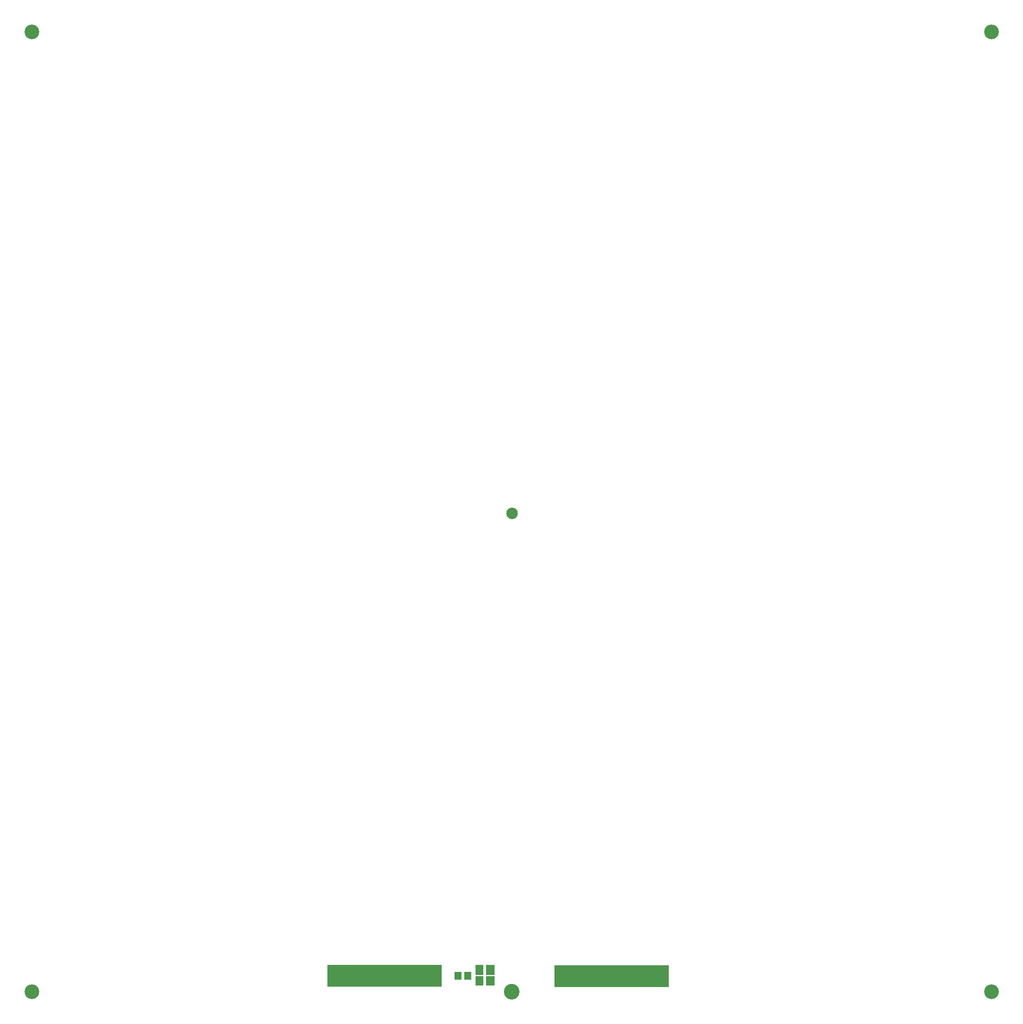
<source format=gbs>
G75*
G70*
%OFA0B0*%
%FSLAX24Y24*%
%IPPOS*%
%LPD*%
%AMOC8*
5,1,8,0,0,1.08239X$1,22.5*
%
%ADD10R,0.9843X0.1858*%
%ADD11R,0.0642X0.0705*%
%ADD12R,0.0638X0.0705*%
%ADD13R,0.0669X0.0858*%
%ADD14R,0.0677X0.0843*%
%ADD15R,0.0724X0.0831*%
%ADD16R,0.0724X0.0870*%
%ADD17C,0.0986*%
%ADD18C,0.0395*%
%ADD19C,0.1340*%
%ADD20C,0.0867*%
%ADD21C,0.1261*%
D10*
X031950Y003192D03*
X051427Y003144D03*
D11*
X038263Y003178D03*
D12*
X039096Y003178D03*
D13*
X040080Y003664D03*
D14*
X040076Y002751D03*
D15*
X041006Y002745D03*
D16*
X040998Y003670D03*
D17*
X042895Y042802D03*
X042895Y042802D03*
D18*
X040915Y003668D03*
X040128Y003668D03*
X040128Y002755D03*
X040915Y002755D03*
X039076Y003180D03*
X038289Y003180D03*
D19*
X042852Y001802D03*
D20*
X047565Y003164D03*
X035561Y003251D03*
D21*
X001700Y001800D03*
X001700Y084083D03*
X083983Y084083D03*
X083983Y001800D03*
M02*

</source>
